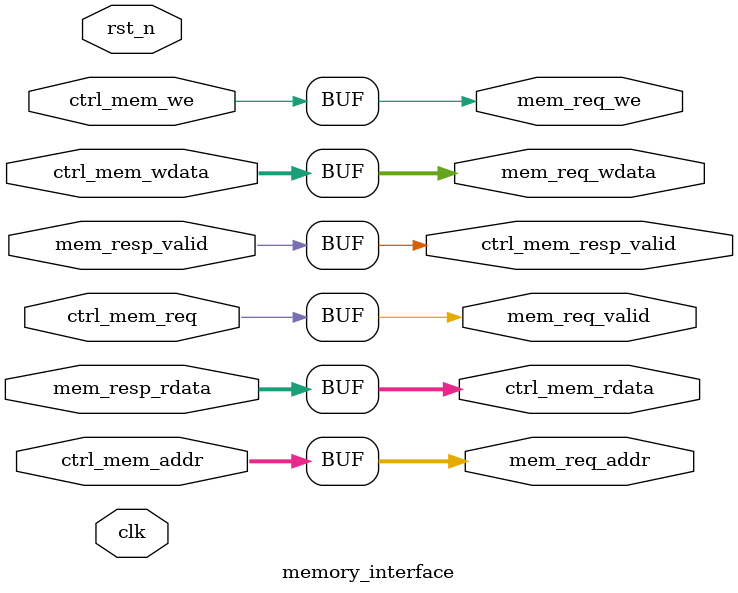
<source format=sv>
module memory_interface #(
    parameter int WORDS_PER_LINE = 4,
    parameter int WORD_SEL_BITS  = 2,
    parameter int OFFSET_BITS    = 4
)(
    input  logic        clk,
    input  logic        rst_n,

    // Memory bus
    output logic        mem_req_valid,
    output logic        mem_req_we,
    output logic [31:0] mem_req_addr,
    output logic [31:0] mem_req_wdata,
    input  logic [31:0] mem_resp_rdata,
    input  logic        mem_resp_valid,

    // Controller interface
    input  logic        ctrl_mem_req,
    input  logic        ctrl_mem_we,
    input  logic [31:0] ctrl_mem_addr,
    input  logic [31:0] ctrl_mem_wdata,
    output logic [31:0] ctrl_mem_rdata,
    output logic        ctrl_mem_resp_valid
);

    // Direct passthrough for simple implementation
    assign mem_req_valid = ctrl_mem_req;
    assign mem_req_we    = ctrl_mem_we;
    assign mem_req_addr  = ctrl_mem_addr;
    assign mem_req_wdata = ctrl_mem_wdata;

    assign ctrl_mem_rdata      = mem_resp_rdata;
    assign ctrl_mem_resp_valid = mem_resp_valid;

endmodule

</source>
